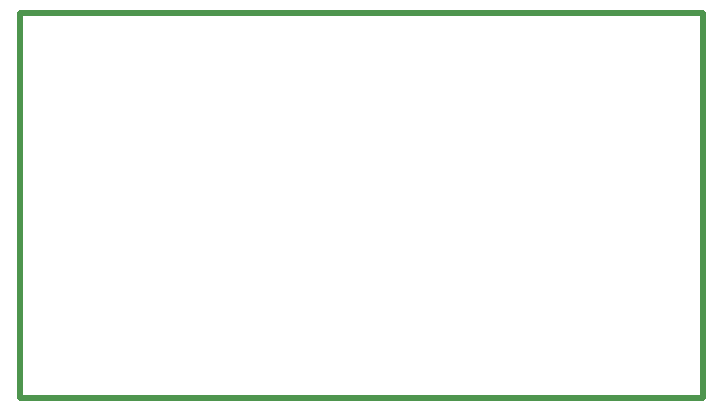
<source format=gko>
G04*
G04 #@! TF.GenerationSoftware,Altium Limited,Altium Designer,23.1.1 (15)*
G04*
G04 Layer_Color=16711935*
%FSLAX44Y44*%
%MOMM*%
G71*
G04*
G04 #@! TF.SameCoordinates,2FF289F7-6F38-4013-8A37-0DA1D97FE99B*
G04*
G04*
G04 #@! TF.FilePolarity,Positive*
G04*
G01*
G75*
%ADD19C,0.5000*%
D19*
X-5080Y91440D02*
X572770D01*
X572770Y417830D02*
X572770Y91440D01*
X-5080D02*
Y417830D01*
X572770D01*
M02*

</source>
